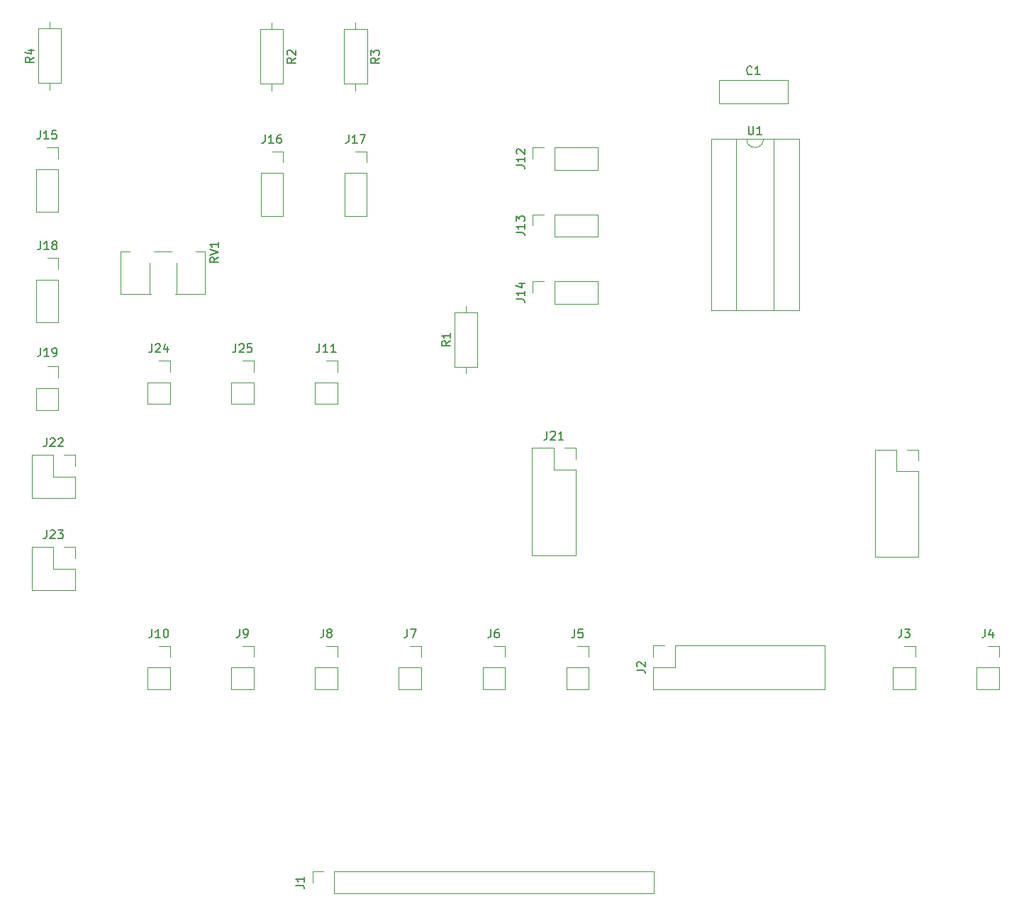
<source format=gbr>
%TF.GenerationSoftware,KiCad,Pcbnew,8.0.6*%
%TF.CreationDate,2025-02-16T20:33:08+01:00*%
%TF.ProjectId,LCD_PCF_v4,4c43445f-5043-4465-9f76-342e6b696361,rev?*%
%TF.SameCoordinates,Original*%
%TF.FileFunction,Legend,Top*%
%TF.FilePolarity,Positive*%
%FSLAX46Y46*%
G04 Gerber Fmt 4.6, Leading zero omitted, Abs format (unit mm)*
G04 Created by KiCad (PCBNEW 8.0.6) date 2025-02-16 20:33:08*
%MOMM*%
%LPD*%
G01*
G04 APERTURE LIST*
%ADD10C,0.150000*%
%ADD11C,0.120000*%
G04 APERTURE END LIST*
D10*
X59490476Y-61424819D02*
X59490476Y-62139104D01*
X59490476Y-62139104D02*
X59442857Y-62281961D01*
X59442857Y-62281961D02*
X59347619Y-62377200D01*
X59347619Y-62377200D02*
X59204762Y-62424819D01*
X59204762Y-62424819D02*
X59109524Y-62424819D01*
X60490476Y-62424819D02*
X59919048Y-62424819D01*
X60204762Y-62424819D02*
X60204762Y-61424819D01*
X60204762Y-61424819D02*
X60109524Y-61567676D01*
X60109524Y-61567676D02*
X60014286Y-61662914D01*
X60014286Y-61662914D02*
X59919048Y-61710533D01*
X61442857Y-62424819D02*
X60871429Y-62424819D01*
X61157143Y-62424819D02*
X61157143Y-61424819D01*
X61157143Y-61424819D02*
X61061905Y-61567676D01*
X61061905Y-61567676D02*
X60966667Y-61662914D01*
X60966667Y-61662914D02*
X60871429Y-61710533D01*
X26920476Y-83684819D02*
X26920476Y-84399104D01*
X26920476Y-84399104D02*
X26872857Y-84541961D01*
X26872857Y-84541961D02*
X26777619Y-84637200D01*
X26777619Y-84637200D02*
X26634762Y-84684819D01*
X26634762Y-84684819D02*
X26539524Y-84684819D01*
X27349048Y-83780057D02*
X27396667Y-83732438D01*
X27396667Y-83732438D02*
X27491905Y-83684819D01*
X27491905Y-83684819D02*
X27730000Y-83684819D01*
X27730000Y-83684819D02*
X27825238Y-83732438D01*
X27825238Y-83732438D02*
X27872857Y-83780057D01*
X27872857Y-83780057D02*
X27920476Y-83875295D01*
X27920476Y-83875295D02*
X27920476Y-83970533D01*
X27920476Y-83970533D02*
X27872857Y-84113390D01*
X27872857Y-84113390D02*
X27301429Y-84684819D01*
X27301429Y-84684819D02*
X27920476Y-84684819D01*
X28253810Y-83684819D02*
X28872857Y-83684819D01*
X28872857Y-83684819D02*
X28539524Y-84065771D01*
X28539524Y-84065771D02*
X28682381Y-84065771D01*
X28682381Y-84065771D02*
X28777619Y-84113390D01*
X28777619Y-84113390D02*
X28825238Y-84161009D01*
X28825238Y-84161009D02*
X28872857Y-84256247D01*
X28872857Y-84256247D02*
X28872857Y-84494342D01*
X28872857Y-84494342D02*
X28825238Y-84589580D01*
X28825238Y-84589580D02*
X28777619Y-84637200D01*
X28777619Y-84637200D02*
X28682381Y-84684819D01*
X28682381Y-84684819D02*
X28396667Y-84684819D01*
X28396667Y-84684819D02*
X28301429Y-84637200D01*
X28301429Y-84637200D02*
X28253810Y-84589580D01*
X25384819Y-27166666D02*
X24908628Y-27499999D01*
X25384819Y-27738094D02*
X24384819Y-27738094D01*
X24384819Y-27738094D02*
X24384819Y-27357142D01*
X24384819Y-27357142D02*
X24432438Y-27261904D01*
X24432438Y-27261904D02*
X24480057Y-27214285D01*
X24480057Y-27214285D02*
X24575295Y-27166666D01*
X24575295Y-27166666D02*
X24718152Y-27166666D01*
X24718152Y-27166666D02*
X24813390Y-27214285D01*
X24813390Y-27214285D02*
X24861009Y-27261904D01*
X24861009Y-27261904D02*
X24908628Y-27357142D01*
X24908628Y-27357142D02*
X24908628Y-27738094D01*
X24718152Y-26309523D02*
X25384819Y-26309523D01*
X24337200Y-26547618D02*
X25051485Y-26785713D01*
X25051485Y-26785713D02*
X25051485Y-26166666D01*
X49490476Y-61424819D02*
X49490476Y-62139104D01*
X49490476Y-62139104D02*
X49442857Y-62281961D01*
X49442857Y-62281961D02*
X49347619Y-62377200D01*
X49347619Y-62377200D02*
X49204762Y-62424819D01*
X49204762Y-62424819D02*
X49109524Y-62424819D01*
X49919048Y-61520057D02*
X49966667Y-61472438D01*
X49966667Y-61472438D02*
X50061905Y-61424819D01*
X50061905Y-61424819D02*
X50300000Y-61424819D01*
X50300000Y-61424819D02*
X50395238Y-61472438D01*
X50395238Y-61472438D02*
X50442857Y-61520057D01*
X50442857Y-61520057D02*
X50490476Y-61615295D01*
X50490476Y-61615295D02*
X50490476Y-61710533D01*
X50490476Y-61710533D02*
X50442857Y-61853390D01*
X50442857Y-61853390D02*
X49871429Y-62424819D01*
X49871429Y-62424819D02*
X50490476Y-62424819D01*
X51395238Y-61424819D02*
X50919048Y-61424819D01*
X50919048Y-61424819D02*
X50871429Y-61901009D01*
X50871429Y-61901009D02*
X50919048Y-61853390D01*
X50919048Y-61853390D02*
X51014286Y-61805771D01*
X51014286Y-61805771D02*
X51252381Y-61805771D01*
X51252381Y-61805771D02*
X51347619Y-61853390D01*
X51347619Y-61853390D02*
X51395238Y-61901009D01*
X51395238Y-61901009D02*
X51442857Y-61996247D01*
X51442857Y-61996247D02*
X51442857Y-62234342D01*
X51442857Y-62234342D02*
X51395238Y-62329580D01*
X51395238Y-62329580D02*
X51347619Y-62377200D01*
X51347619Y-62377200D02*
X51252381Y-62424819D01*
X51252381Y-62424819D02*
X51014286Y-62424819D01*
X51014286Y-62424819D02*
X50919048Y-62377200D01*
X50919048Y-62377200D02*
X50871429Y-62329580D01*
X82984819Y-48089523D02*
X83699104Y-48089523D01*
X83699104Y-48089523D02*
X83841961Y-48137142D01*
X83841961Y-48137142D02*
X83937200Y-48232380D01*
X83937200Y-48232380D02*
X83984819Y-48375237D01*
X83984819Y-48375237D02*
X83984819Y-48470475D01*
X83984819Y-47089523D02*
X83984819Y-47660951D01*
X83984819Y-47375237D02*
X82984819Y-47375237D01*
X82984819Y-47375237D02*
X83127676Y-47470475D01*
X83127676Y-47470475D02*
X83222914Y-47565713D01*
X83222914Y-47565713D02*
X83270533Y-47660951D01*
X82984819Y-46756189D02*
X82984819Y-46137142D01*
X82984819Y-46137142D02*
X83365771Y-46470475D01*
X83365771Y-46470475D02*
X83365771Y-46327618D01*
X83365771Y-46327618D02*
X83413390Y-46232380D01*
X83413390Y-46232380D02*
X83461009Y-46184761D01*
X83461009Y-46184761D02*
X83556247Y-46137142D01*
X83556247Y-46137142D02*
X83794342Y-46137142D01*
X83794342Y-46137142D02*
X83889580Y-46184761D01*
X83889580Y-46184761D02*
X83937200Y-46232380D01*
X83937200Y-46232380D02*
X83984819Y-46327618D01*
X83984819Y-46327618D02*
X83984819Y-46613332D01*
X83984819Y-46613332D02*
X83937200Y-46708570D01*
X83937200Y-46708570D02*
X83889580Y-46756189D01*
X111133333Y-29139580D02*
X111085714Y-29187200D01*
X111085714Y-29187200D02*
X110942857Y-29234819D01*
X110942857Y-29234819D02*
X110847619Y-29234819D01*
X110847619Y-29234819D02*
X110704762Y-29187200D01*
X110704762Y-29187200D02*
X110609524Y-29091961D01*
X110609524Y-29091961D02*
X110561905Y-28996723D01*
X110561905Y-28996723D02*
X110514286Y-28806247D01*
X110514286Y-28806247D02*
X110514286Y-28663390D01*
X110514286Y-28663390D02*
X110561905Y-28472914D01*
X110561905Y-28472914D02*
X110609524Y-28377676D01*
X110609524Y-28377676D02*
X110704762Y-28282438D01*
X110704762Y-28282438D02*
X110847619Y-28234819D01*
X110847619Y-28234819D02*
X110942857Y-28234819D01*
X110942857Y-28234819D02*
X111085714Y-28282438D01*
X111085714Y-28282438D02*
X111133333Y-28330057D01*
X112085714Y-29234819D02*
X111514286Y-29234819D01*
X111800000Y-29234819D02*
X111800000Y-28234819D01*
X111800000Y-28234819D02*
X111704762Y-28377676D01*
X111704762Y-28377676D02*
X111609524Y-28472914D01*
X111609524Y-28472914D02*
X111514286Y-28520533D01*
X89966666Y-95534819D02*
X89966666Y-96249104D01*
X89966666Y-96249104D02*
X89919047Y-96391961D01*
X89919047Y-96391961D02*
X89823809Y-96487200D01*
X89823809Y-96487200D02*
X89680952Y-96534819D01*
X89680952Y-96534819D02*
X89585714Y-96534819D01*
X90919047Y-95534819D02*
X90442857Y-95534819D01*
X90442857Y-95534819D02*
X90395238Y-96011009D01*
X90395238Y-96011009D02*
X90442857Y-95963390D01*
X90442857Y-95963390D02*
X90538095Y-95915771D01*
X90538095Y-95915771D02*
X90776190Y-95915771D01*
X90776190Y-95915771D02*
X90871428Y-95963390D01*
X90871428Y-95963390D02*
X90919047Y-96011009D01*
X90919047Y-96011009D02*
X90966666Y-96106247D01*
X90966666Y-96106247D02*
X90966666Y-96344342D01*
X90966666Y-96344342D02*
X90919047Y-96439580D01*
X90919047Y-96439580D02*
X90871428Y-96487200D01*
X90871428Y-96487200D02*
X90776190Y-96534819D01*
X90776190Y-96534819D02*
X90538095Y-96534819D01*
X90538095Y-96534819D02*
X90442857Y-96487200D01*
X90442857Y-96487200D02*
X90395238Y-96439580D01*
X26190476Y-61914819D02*
X26190476Y-62629104D01*
X26190476Y-62629104D02*
X26142857Y-62771961D01*
X26142857Y-62771961D02*
X26047619Y-62867200D01*
X26047619Y-62867200D02*
X25904762Y-62914819D01*
X25904762Y-62914819D02*
X25809524Y-62914819D01*
X27190476Y-62914819D02*
X26619048Y-62914819D01*
X26904762Y-62914819D02*
X26904762Y-61914819D01*
X26904762Y-61914819D02*
X26809524Y-62057676D01*
X26809524Y-62057676D02*
X26714286Y-62152914D01*
X26714286Y-62152914D02*
X26619048Y-62200533D01*
X27666667Y-62914819D02*
X27857143Y-62914819D01*
X27857143Y-62914819D02*
X27952381Y-62867200D01*
X27952381Y-62867200D02*
X28000000Y-62819580D01*
X28000000Y-62819580D02*
X28095238Y-62676723D01*
X28095238Y-62676723D02*
X28142857Y-62486247D01*
X28142857Y-62486247D02*
X28142857Y-62105295D01*
X28142857Y-62105295D02*
X28095238Y-62010057D01*
X28095238Y-62010057D02*
X28047619Y-61962438D01*
X28047619Y-61962438D02*
X27952381Y-61914819D01*
X27952381Y-61914819D02*
X27761905Y-61914819D01*
X27761905Y-61914819D02*
X27666667Y-61962438D01*
X27666667Y-61962438D02*
X27619048Y-62010057D01*
X27619048Y-62010057D02*
X27571429Y-62105295D01*
X27571429Y-62105295D02*
X27571429Y-62343390D01*
X27571429Y-62343390D02*
X27619048Y-62438628D01*
X27619048Y-62438628D02*
X27666667Y-62486247D01*
X27666667Y-62486247D02*
X27761905Y-62533866D01*
X27761905Y-62533866D02*
X27952381Y-62533866D01*
X27952381Y-62533866D02*
X28047619Y-62486247D01*
X28047619Y-62486247D02*
X28095238Y-62438628D01*
X28095238Y-62438628D02*
X28142857Y-62343390D01*
X26920476Y-72684819D02*
X26920476Y-73399104D01*
X26920476Y-73399104D02*
X26872857Y-73541961D01*
X26872857Y-73541961D02*
X26777619Y-73637200D01*
X26777619Y-73637200D02*
X26634762Y-73684819D01*
X26634762Y-73684819D02*
X26539524Y-73684819D01*
X27349048Y-72780057D02*
X27396667Y-72732438D01*
X27396667Y-72732438D02*
X27491905Y-72684819D01*
X27491905Y-72684819D02*
X27730000Y-72684819D01*
X27730000Y-72684819D02*
X27825238Y-72732438D01*
X27825238Y-72732438D02*
X27872857Y-72780057D01*
X27872857Y-72780057D02*
X27920476Y-72875295D01*
X27920476Y-72875295D02*
X27920476Y-72970533D01*
X27920476Y-72970533D02*
X27872857Y-73113390D01*
X27872857Y-73113390D02*
X27301429Y-73684819D01*
X27301429Y-73684819D02*
X27920476Y-73684819D01*
X28301429Y-72780057D02*
X28349048Y-72732438D01*
X28349048Y-72732438D02*
X28444286Y-72684819D01*
X28444286Y-72684819D02*
X28682381Y-72684819D01*
X28682381Y-72684819D02*
X28777619Y-72732438D01*
X28777619Y-72732438D02*
X28825238Y-72780057D01*
X28825238Y-72780057D02*
X28872857Y-72875295D01*
X28872857Y-72875295D02*
X28872857Y-72970533D01*
X28872857Y-72970533D02*
X28825238Y-73113390D01*
X28825238Y-73113390D02*
X28253810Y-73684819D01*
X28253810Y-73684819D02*
X28872857Y-73684819D01*
X26190476Y-49144819D02*
X26190476Y-49859104D01*
X26190476Y-49859104D02*
X26142857Y-50001961D01*
X26142857Y-50001961D02*
X26047619Y-50097200D01*
X26047619Y-50097200D02*
X25904762Y-50144819D01*
X25904762Y-50144819D02*
X25809524Y-50144819D01*
X27190476Y-50144819D02*
X26619048Y-50144819D01*
X26904762Y-50144819D02*
X26904762Y-49144819D01*
X26904762Y-49144819D02*
X26809524Y-49287676D01*
X26809524Y-49287676D02*
X26714286Y-49382914D01*
X26714286Y-49382914D02*
X26619048Y-49430533D01*
X27761905Y-49573390D02*
X27666667Y-49525771D01*
X27666667Y-49525771D02*
X27619048Y-49478152D01*
X27619048Y-49478152D02*
X27571429Y-49382914D01*
X27571429Y-49382914D02*
X27571429Y-49335295D01*
X27571429Y-49335295D02*
X27619048Y-49240057D01*
X27619048Y-49240057D02*
X27666667Y-49192438D01*
X27666667Y-49192438D02*
X27761905Y-49144819D01*
X27761905Y-49144819D02*
X27952381Y-49144819D01*
X27952381Y-49144819D02*
X28047619Y-49192438D01*
X28047619Y-49192438D02*
X28095238Y-49240057D01*
X28095238Y-49240057D02*
X28142857Y-49335295D01*
X28142857Y-49335295D02*
X28142857Y-49382914D01*
X28142857Y-49382914D02*
X28095238Y-49478152D01*
X28095238Y-49478152D02*
X28047619Y-49525771D01*
X28047619Y-49525771D02*
X27952381Y-49573390D01*
X27952381Y-49573390D02*
X27761905Y-49573390D01*
X27761905Y-49573390D02*
X27666667Y-49621009D01*
X27666667Y-49621009D02*
X27619048Y-49668628D01*
X27619048Y-49668628D02*
X27571429Y-49763866D01*
X27571429Y-49763866D02*
X27571429Y-49954342D01*
X27571429Y-49954342D02*
X27619048Y-50049580D01*
X27619048Y-50049580D02*
X27666667Y-50097200D01*
X27666667Y-50097200D02*
X27761905Y-50144819D01*
X27761905Y-50144819D02*
X27952381Y-50144819D01*
X27952381Y-50144819D02*
X28047619Y-50097200D01*
X28047619Y-50097200D02*
X28095238Y-50049580D01*
X28095238Y-50049580D02*
X28142857Y-49954342D01*
X28142857Y-49954342D02*
X28142857Y-49763866D01*
X28142857Y-49763866D02*
X28095238Y-49668628D01*
X28095238Y-49668628D02*
X28047619Y-49621009D01*
X28047619Y-49621009D02*
X27952381Y-49573390D01*
X56624819Y-27246666D02*
X56148628Y-27579999D01*
X56624819Y-27818094D02*
X55624819Y-27818094D01*
X55624819Y-27818094D02*
X55624819Y-27437142D01*
X55624819Y-27437142D02*
X55672438Y-27341904D01*
X55672438Y-27341904D02*
X55720057Y-27294285D01*
X55720057Y-27294285D02*
X55815295Y-27246666D01*
X55815295Y-27246666D02*
X55958152Y-27246666D01*
X55958152Y-27246666D02*
X56053390Y-27294285D01*
X56053390Y-27294285D02*
X56101009Y-27341904D01*
X56101009Y-27341904D02*
X56148628Y-27437142D01*
X56148628Y-27437142D02*
X56148628Y-27818094D01*
X55720057Y-26865713D02*
X55672438Y-26818094D01*
X55672438Y-26818094D02*
X55624819Y-26722856D01*
X55624819Y-26722856D02*
X55624819Y-26484761D01*
X55624819Y-26484761D02*
X55672438Y-26389523D01*
X55672438Y-26389523D02*
X55720057Y-26341904D01*
X55720057Y-26341904D02*
X55815295Y-26294285D01*
X55815295Y-26294285D02*
X55910533Y-26294285D01*
X55910533Y-26294285D02*
X56053390Y-26341904D01*
X56053390Y-26341904D02*
X56624819Y-26913332D01*
X56624819Y-26913332D02*
X56624819Y-26294285D01*
X86650476Y-71874819D02*
X86650476Y-72589104D01*
X86650476Y-72589104D02*
X86602857Y-72731961D01*
X86602857Y-72731961D02*
X86507619Y-72827200D01*
X86507619Y-72827200D02*
X86364762Y-72874819D01*
X86364762Y-72874819D02*
X86269524Y-72874819D01*
X87079048Y-71970057D02*
X87126667Y-71922438D01*
X87126667Y-71922438D02*
X87221905Y-71874819D01*
X87221905Y-71874819D02*
X87460000Y-71874819D01*
X87460000Y-71874819D02*
X87555238Y-71922438D01*
X87555238Y-71922438D02*
X87602857Y-71970057D01*
X87602857Y-71970057D02*
X87650476Y-72065295D01*
X87650476Y-72065295D02*
X87650476Y-72160533D01*
X87650476Y-72160533D02*
X87602857Y-72303390D01*
X87602857Y-72303390D02*
X87031429Y-72874819D01*
X87031429Y-72874819D02*
X87650476Y-72874819D01*
X88602857Y-72874819D02*
X88031429Y-72874819D01*
X88317143Y-72874819D02*
X88317143Y-71874819D01*
X88317143Y-71874819D02*
X88221905Y-72017676D01*
X88221905Y-72017676D02*
X88126667Y-72112914D01*
X88126667Y-72112914D02*
X88031429Y-72160533D01*
X49966666Y-95524819D02*
X49966666Y-96239104D01*
X49966666Y-96239104D02*
X49919047Y-96381961D01*
X49919047Y-96381961D02*
X49823809Y-96477200D01*
X49823809Y-96477200D02*
X49680952Y-96524819D01*
X49680952Y-96524819D02*
X49585714Y-96524819D01*
X50490476Y-96524819D02*
X50680952Y-96524819D01*
X50680952Y-96524819D02*
X50776190Y-96477200D01*
X50776190Y-96477200D02*
X50823809Y-96429580D01*
X50823809Y-96429580D02*
X50919047Y-96286723D01*
X50919047Y-96286723D02*
X50966666Y-96096247D01*
X50966666Y-96096247D02*
X50966666Y-95715295D01*
X50966666Y-95715295D02*
X50919047Y-95620057D01*
X50919047Y-95620057D02*
X50871428Y-95572438D01*
X50871428Y-95572438D02*
X50776190Y-95524819D01*
X50776190Y-95524819D02*
X50585714Y-95524819D01*
X50585714Y-95524819D02*
X50490476Y-95572438D01*
X50490476Y-95572438D02*
X50442857Y-95620057D01*
X50442857Y-95620057D02*
X50395238Y-95715295D01*
X50395238Y-95715295D02*
X50395238Y-95953390D01*
X50395238Y-95953390D02*
X50442857Y-96048628D01*
X50442857Y-96048628D02*
X50490476Y-96096247D01*
X50490476Y-96096247D02*
X50585714Y-96143866D01*
X50585714Y-96143866D02*
X50776190Y-96143866D01*
X50776190Y-96143866D02*
X50871428Y-96096247D01*
X50871428Y-96096247D02*
X50919047Y-96048628D01*
X50919047Y-96048628D02*
X50966666Y-95953390D01*
X82984819Y-40089523D02*
X83699104Y-40089523D01*
X83699104Y-40089523D02*
X83841961Y-40137142D01*
X83841961Y-40137142D02*
X83937200Y-40232380D01*
X83937200Y-40232380D02*
X83984819Y-40375237D01*
X83984819Y-40375237D02*
X83984819Y-40470475D01*
X83984819Y-39089523D02*
X83984819Y-39660951D01*
X83984819Y-39375237D02*
X82984819Y-39375237D01*
X82984819Y-39375237D02*
X83127676Y-39470475D01*
X83127676Y-39470475D02*
X83222914Y-39565713D01*
X83222914Y-39565713D02*
X83270533Y-39660951D01*
X83080057Y-38708570D02*
X83032438Y-38660951D01*
X83032438Y-38660951D02*
X82984819Y-38565713D01*
X82984819Y-38565713D02*
X82984819Y-38327618D01*
X82984819Y-38327618D02*
X83032438Y-38232380D01*
X83032438Y-38232380D02*
X83080057Y-38184761D01*
X83080057Y-38184761D02*
X83175295Y-38137142D01*
X83175295Y-38137142D02*
X83270533Y-38137142D01*
X83270533Y-38137142D02*
X83413390Y-38184761D01*
X83413390Y-38184761D02*
X83984819Y-38756189D01*
X83984819Y-38756189D02*
X83984819Y-38137142D01*
X56669819Y-126133333D02*
X57384104Y-126133333D01*
X57384104Y-126133333D02*
X57526961Y-126180952D01*
X57526961Y-126180952D02*
X57622200Y-126276190D01*
X57622200Y-126276190D02*
X57669819Y-126419047D01*
X57669819Y-126419047D02*
X57669819Y-126514285D01*
X57669819Y-125133333D02*
X57669819Y-125704761D01*
X57669819Y-125419047D02*
X56669819Y-125419047D01*
X56669819Y-125419047D02*
X56812676Y-125514285D01*
X56812676Y-125514285D02*
X56907914Y-125609523D01*
X56907914Y-125609523D02*
X56955533Y-125704761D01*
X110728095Y-35404819D02*
X110728095Y-36214342D01*
X110728095Y-36214342D02*
X110775714Y-36309580D01*
X110775714Y-36309580D02*
X110823333Y-36357200D01*
X110823333Y-36357200D02*
X110918571Y-36404819D01*
X110918571Y-36404819D02*
X111109047Y-36404819D01*
X111109047Y-36404819D02*
X111204285Y-36357200D01*
X111204285Y-36357200D02*
X111251904Y-36309580D01*
X111251904Y-36309580D02*
X111299523Y-36214342D01*
X111299523Y-36214342D02*
X111299523Y-35404819D01*
X112299523Y-36404819D02*
X111728095Y-36404819D01*
X112013809Y-36404819D02*
X112013809Y-35404819D01*
X112013809Y-35404819D02*
X111918571Y-35547676D01*
X111918571Y-35547676D02*
X111823333Y-35642914D01*
X111823333Y-35642914D02*
X111728095Y-35690533D01*
X39490476Y-95524819D02*
X39490476Y-96239104D01*
X39490476Y-96239104D02*
X39442857Y-96381961D01*
X39442857Y-96381961D02*
X39347619Y-96477200D01*
X39347619Y-96477200D02*
X39204762Y-96524819D01*
X39204762Y-96524819D02*
X39109524Y-96524819D01*
X40490476Y-96524819D02*
X39919048Y-96524819D01*
X40204762Y-96524819D02*
X40204762Y-95524819D01*
X40204762Y-95524819D02*
X40109524Y-95667676D01*
X40109524Y-95667676D02*
X40014286Y-95762914D01*
X40014286Y-95762914D02*
X39919048Y-95810533D01*
X41109524Y-95524819D02*
X41204762Y-95524819D01*
X41204762Y-95524819D02*
X41300000Y-95572438D01*
X41300000Y-95572438D02*
X41347619Y-95620057D01*
X41347619Y-95620057D02*
X41395238Y-95715295D01*
X41395238Y-95715295D02*
X41442857Y-95905771D01*
X41442857Y-95905771D02*
X41442857Y-96143866D01*
X41442857Y-96143866D02*
X41395238Y-96334342D01*
X41395238Y-96334342D02*
X41347619Y-96429580D01*
X41347619Y-96429580D02*
X41300000Y-96477200D01*
X41300000Y-96477200D02*
X41204762Y-96524819D01*
X41204762Y-96524819D02*
X41109524Y-96524819D01*
X41109524Y-96524819D02*
X41014286Y-96477200D01*
X41014286Y-96477200D02*
X40966667Y-96429580D01*
X40966667Y-96429580D02*
X40919048Y-96334342D01*
X40919048Y-96334342D02*
X40871429Y-96143866D01*
X40871429Y-96143866D02*
X40871429Y-95905771D01*
X40871429Y-95905771D02*
X40919048Y-95715295D01*
X40919048Y-95715295D02*
X40966667Y-95620057D01*
X40966667Y-95620057D02*
X41014286Y-95572438D01*
X41014286Y-95572438D02*
X41109524Y-95524819D01*
X62990476Y-36424819D02*
X62990476Y-37139104D01*
X62990476Y-37139104D02*
X62942857Y-37281961D01*
X62942857Y-37281961D02*
X62847619Y-37377200D01*
X62847619Y-37377200D02*
X62704762Y-37424819D01*
X62704762Y-37424819D02*
X62609524Y-37424819D01*
X63990476Y-37424819D02*
X63419048Y-37424819D01*
X63704762Y-37424819D02*
X63704762Y-36424819D01*
X63704762Y-36424819D02*
X63609524Y-36567676D01*
X63609524Y-36567676D02*
X63514286Y-36662914D01*
X63514286Y-36662914D02*
X63419048Y-36710533D01*
X64323810Y-36424819D02*
X64990476Y-36424819D01*
X64990476Y-36424819D02*
X64561905Y-37424819D01*
X26165476Y-35934819D02*
X26165476Y-36649104D01*
X26165476Y-36649104D02*
X26117857Y-36791961D01*
X26117857Y-36791961D02*
X26022619Y-36887200D01*
X26022619Y-36887200D02*
X25879762Y-36934819D01*
X25879762Y-36934819D02*
X25784524Y-36934819D01*
X27165476Y-36934819D02*
X26594048Y-36934819D01*
X26879762Y-36934819D02*
X26879762Y-35934819D01*
X26879762Y-35934819D02*
X26784524Y-36077676D01*
X26784524Y-36077676D02*
X26689286Y-36172914D01*
X26689286Y-36172914D02*
X26594048Y-36220533D01*
X28070238Y-35934819D02*
X27594048Y-35934819D01*
X27594048Y-35934819D02*
X27546429Y-36411009D01*
X27546429Y-36411009D02*
X27594048Y-36363390D01*
X27594048Y-36363390D02*
X27689286Y-36315771D01*
X27689286Y-36315771D02*
X27927381Y-36315771D01*
X27927381Y-36315771D02*
X28022619Y-36363390D01*
X28022619Y-36363390D02*
X28070238Y-36411009D01*
X28070238Y-36411009D02*
X28117857Y-36506247D01*
X28117857Y-36506247D02*
X28117857Y-36744342D01*
X28117857Y-36744342D02*
X28070238Y-36839580D01*
X28070238Y-36839580D02*
X28022619Y-36887200D01*
X28022619Y-36887200D02*
X27927381Y-36934819D01*
X27927381Y-36934819D02*
X27689286Y-36934819D01*
X27689286Y-36934819D02*
X27594048Y-36887200D01*
X27594048Y-36887200D02*
X27546429Y-36839580D01*
X39490476Y-61424819D02*
X39490476Y-62139104D01*
X39490476Y-62139104D02*
X39442857Y-62281961D01*
X39442857Y-62281961D02*
X39347619Y-62377200D01*
X39347619Y-62377200D02*
X39204762Y-62424819D01*
X39204762Y-62424819D02*
X39109524Y-62424819D01*
X39919048Y-61520057D02*
X39966667Y-61472438D01*
X39966667Y-61472438D02*
X40061905Y-61424819D01*
X40061905Y-61424819D02*
X40300000Y-61424819D01*
X40300000Y-61424819D02*
X40395238Y-61472438D01*
X40395238Y-61472438D02*
X40442857Y-61520057D01*
X40442857Y-61520057D02*
X40490476Y-61615295D01*
X40490476Y-61615295D02*
X40490476Y-61710533D01*
X40490476Y-61710533D02*
X40442857Y-61853390D01*
X40442857Y-61853390D02*
X39871429Y-62424819D01*
X39871429Y-62424819D02*
X40490476Y-62424819D01*
X41347619Y-61758152D02*
X41347619Y-62424819D01*
X41109524Y-61377200D02*
X40871429Y-62091485D01*
X40871429Y-62091485D02*
X41490476Y-62091485D01*
X82979819Y-56089523D02*
X83694104Y-56089523D01*
X83694104Y-56089523D02*
X83836961Y-56137142D01*
X83836961Y-56137142D02*
X83932200Y-56232380D01*
X83932200Y-56232380D02*
X83979819Y-56375237D01*
X83979819Y-56375237D02*
X83979819Y-56470475D01*
X83979819Y-55089523D02*
X83979819Y-55660951D01*
X83979819Y-55375237D02*
X82979819Y-55375237D01*
X82979819Y-55375237D02*
X83122676Y-55470475D01*
X83122676Y-55470475D02*
X83217914Y-55565713D01*
X83217914Y-55565713D02*
X83265533Y-55660951D01*
X83313152Y-54232380D02*
X83979819Y-54232380D01*
X82932200Y-54470475D02*
X83646485Y-54708570D01*
X83646485Y-54708570D02*
X83646485Y-54089523D01*
X59966666Y-95524819D02*
X59966666Y-96239104D01*
X59966666Y-96239104D02*
X59919047Y-96381961D01*
X59919047Y-96381961D02*
X59823809Y-96477200D01*
X59823809Y-96477200D02*
X59680952Y-96524819D01*
X59680952Y-96524819D02*
X59585714Y-96524819D01*
X60585714Y-95953390D02*
X60490476Y-95905771D01*
X60490476Y-95905771D02*
X60442857Y-95858152D01*
X60442857Y-95858152D02*
X60395238Y-95762914D01*
X60395238Y-95762914D02*
X60395238Y-95715295D01*
X60395238Y-95715295D02*
X60442857Y-95620057D01*
X60442857Y-95620057D02*
X60490476Y-95572438D01*
X60490476Y-95572438D02*
X60585714Y-95524819D01*
X60585714Y-95524819D02*
X60776190Y-95524819D01*
X60776190Y-95524819D02*
X60871428Y-95572438D01*
X60871428Y-95572438D02*
X60919047Y-95620057D01*
X60919047Y-95620057D02*
X60966666Y-95715295D01*
X60966666Y-95715295D02*
X60966666Y-95762914D01*
X60966666Y-95762914D02*
X60919047Y-95858152D01*
X60919047Y-95858152D02*
X60871428Y-95905771D01*
X60871428Y-95905771D02*
X60776190Y-95953390D01*
X60776190Y-95953390D02*
X60585714Y-95953390D01*
X60585714Y-95953390D02*
X60490476Y-96001009D01*
X60490476Y-96001009D02*
X60442857Y-96048628D01*
X60442857Y-96048628D02*
X60395238Y-96143866D01*
X60395238Y-96143866D02*
X60395238Y-96334342D01*
X60395238Y-96334342D02*
X60442857Y-96429580D01*
X60442857Y-96429580D02*
X60490476Y-96477200D01*
X60490476Y-96477200D02*
X60585714Y-96524819D01*
X60585714Y-96524819D02*
X60776190Y-96524819D01*
X60776190Y-96524819D02*
X60871428Y-96477200D01*
X60871428Y-96477200D02*
X60919047Y-96429580D01*
X60919047Y-96429580D02*
X60966666Y-96334342D01*
X60966666Y-96334342D02*
X60966666Y-96143866D01*
X60966666Y-96143866D02*
X60919047Y-96048628D01*
X60919047Y-96048628D02*
X60871428Y-96001009D01*
X60871428Y-96001009D02*
X60776190Y-95953390D01*
X66624819Y-27246666D02*
X66148628Y-27579999D01*
X66624819Y-27818094D02*
X65624819Y-27818094D01*
X65624819Y-27818094D02*
X65624819Y-27437142D01*
X65624819Y-27437142D02*
X65672438Y-27341904D01*
X65672438Y-27341904D02*
X65720057Y-27294285D01*
X65720057Y-27294285D02*
X65815295Y-27246666D01*
X65815295Y-27246666D02*
X65958152Y-27246666D01*
X65958152Y-27246666D02*
X66053390Y-27294285D01*
X66053390Y-27294285D02*
X66101009Y-27341904D01*
X66101009Y-27341904D02*
X66148628Y-27437142D01*
X66148628Y-27437142D02*
X66148628Y-27818094D01*
X65624819Y-26913332D02*
X65624819Y-26294285D01*
X65624819Y-26294285D02*
X66005771Y-26627618D01*
X66005771Y-26627618D02*
X66005771Y-26484761D01*
X66005771Y-26484761D02*
X66053390Y-26389523D01*
X66053390Y-26389523D02*
X66101009Y-26341904D01*
X66101009Y-26341904D02*
X66196247Y-26294285D01*
X66196247Y-26294285D02*
X66434342Y-26294285D01*
X66434342Y-26294285D02*
X66529580Y-26341904D01*
X66529580Y-26341904D02*
X66577200Y-26389523D01*
X66577200Y-26389523D02*
X66624819Y-26484761D01*
X66624819Y-26484761D02*
X66624819Y-26770475D01*
X66624819Y-26770475D02*
X66577200Y-26865713D01*
X66577200Y-26865713D02*
X66529580Y-26913332D01*
X75084819Y-61086666D02*
X74608628Y-61419999D01*
X75084819Y-61658094D02*
X74084819Y-61658094D01*
X74084819Y-61658094D02*
X74084819Y-61277142D01*
X74084819Y-61277142D02*
X74132438Y-61181904D01*
X74132438Y-61181904D02*
X74180057Y-61134285D01*
X74180057Y-61134285D02*
X74275295Y-61086666D01*
X74275295Y-61086666D02*
X74418152Y-61086666D01*
X74418152Y-61086666D02*
X74513390Y-61134285D01*
X74513390Y-61134285D02*
X74561009Y-61181904D01*
X74561009Y-61181904D02*
X74608628Y-61277142D01*
X74608628Y-61277142D02*
X74608628Y-61658094D01*
X75084819Y-60134285D02*
X75084819Y-60705713D01*
X75084819Y-60419999D02*
X74084819Y-60419999D01*
X74084819Y-60419999D02*
X74227676Y-60515237D01*
X74227676Y-60515237D02*
X74322914Y-60610475D01*
X74322914Y-60610475D02*
X74370533Y-60705713D01*
X53015476Y-36424819D02*
X53015476Y-37139104D01*
X53015476Y-37139104D02*
X52967857Y-37281961D01*
X52967857Y-37281961D02*
X52872619Y-37377200D01*
X52872619Y-37377200D02*
X52729762Y-37424819D01*
X52729762Y-37424819D02*
X52634524Y-37424819D01*
X54015476Y-37424819D02*
X53444048Y-37424819D01*
X53729762Y-37424819D02*
X53729762Y-36424819D01*
X53729762Y-36424819D02*
X53634524Y-36567676D01*
X53634524Y-36567676D02*
X53539286Y-36662914D01*
X53539286Y-36662914D02*
X53444048Y-36710533D01*
X54872619Y-36424819D02*
X54682143Y-36424819D01*
X54682143Y-36424819D02*
X54586905Y-36472438D01*
X54586905Y-36472438D02*
X54539286Y-36520057D01*
X54539286Y-36520057D02*
X54444048Y-36662914D01*
X54444048Y-36662914D02*
X54396429Y-36853390D01*
X54396429Y-36853390D02*
X54396429Y-37234342D01*
X54396429Y-37234342D02*
X54444048Y-37329580D01*
X54444048Y-37329580D02*
X54491667Y-37377200D01*
X54491667Y-37377200D02*
X54586905Y-37424819D01*
X54586905Y-37424819D02*
X54777381Y-37424819D01*
X54777381Y-37424819D02*
X54872619Y-37377200D01*
X54872619Y-37377200D02*
X54920238Y-37329580D01*
X54920238Y-37329580D02*
X54967857Y-37234342D01*
X54967857Y-37234342D02*
X54967857Y-36996247D01*
X54967857Y-36996247D02*
X54920238Y-36901009D01*
X54920238Y-36901009D02*
X54872619Y-36853390D01*
X54872619Y-36853390D02*
X54777381Y-36805771D01*
X54777381Y-36805771D02*
X54586905Y-36805771D01*
X54586905Y-36805771D02*
X54491667Y-36853390D01*
X54491667Y-36853390D02*
X54444048Y-36901009D01*
X54444048Y-36901009D02*
X54396429Y-36996247D01*
X97364819Y-100403333D02*
X98079104Y-100403333D01*
X98079104Y-100403333D02*
X98221961Y-100450952D01*
X98221961Y-100450952D02*
X98317200Y-100546190D01*
X98317200Y-100546190D02*
X98364819Y-100689047D01*
X98364819Y-100689047D02*
X98364819Y-100784285D01*
X97460057Y-99974761D02*
X97412438Y-99927142D01*
X97412438Y-99927142D02*
X97364819Y-99831904D01*
X97364819Y-99831904D02*
X97364819Y-99593809D01*
X97364819Y-99593809D02*
X97412438Y-99498571D01*
X97412438Y-99498571D02*
X97460057Y-99450952D01*
X97460057Y-99450952D02*
X97555295Y-99403333D01*
X97555295Y-99403333D02*
X97650533Y-99403333D01*
X97650533Y-99403333D02*
X97793390Y-99450952D01*
X97793390Y-99450952D02*
X98364819Y-100022380D01*
X98364819Y-100022380D02*
X98364819Y-99403333D01*
X69966666Y-95524819D02*
X69966666Y-96239104D01*
X69966666Y-96239104D02*
X69919047Y-96381961D01*
X69919047Y-96381961D02*
X69823809Y-96477200D01*
X69823809Y-96477200D02*
X69680952Y-96524819D01*
X69680952Y-96524819D02*
X69585714Y-96524819D01*
X70347619Y-95524819D02*
X71014285Y-95524819D01*
X71014285Y-95524819D02*
X70585714Y-96524819D01*
X138966666Y-95524819D02*
X138966666Y-96239104D01*
X138966666Y-96239104D02*
X138919047Y-96381961D01*
X138919047Y-96381961D02*
X138823809Y-96477200D01*
X138823809Y-96477200D02*
X138680952Y-96524819D01*
X138680952Y-96524819D02*
X138585714Y-96524819D01*
X139871428Y-95858152D02*
X139871428Y-96524819D01*
X139633333Y-95477200D02*
X139395238Y-96191485D01*
X139395238Y-96191485D02*
X140014285Y-96191485D01*
X128966666Y-95524819D02*
X128966666Y-96239104D01*
X128966666Y-96239104D02*
X128919047Y-96381961D01*
X128919047Y-96381961D02*
X128823809Y-96477200D01*
X128823809Y-96477200D02*
X128680952Y-96524819D01*
X128680952Y-96524819D02*
X128585714Y-96524819D01*
X129347619Y-95524819D02*
X129966666Y-95524819D01*
X129966666Y-95524819D02*
X129633333Y-95905771D01*
X129633333Y-95905771D02*
X129776190Y-95905771D01*
X129776190Y-95905771D02*
X129871428Y-95953390D01*
X129871428Y-95953390D02*
X129919047Y-96001009D01*
X129919047Y-96001009D02*
X129966666Y-96096247D01*
X129966666Y-96096247D02*
X129966666Y-96334342D01*
X129966666Y-96334342D02*
X129919047Y-96429580D01*
X129919047Y-96429580D02*
X129871428Y-96477200D01*
X129871428Y-96477200D02*
X129776190Y-96524819D01*
X129776190Y-96524819D02*
X129490476Y-96524819D01*
X129490476Y-96524819D02*
X129395238Y-96477200D01*
X129395238Y-96477200D02*
X129347619Y-96429580D01*
X47404819Y-51095238D02*
X46928628Y-51428571D01*
X47404819Y-51666666D02*
X46404819Y-51666666D01*
X46404819Y-51666666D02*
X46404819Y-51285714D01*
X46404819Y-51285714D02*
X46452438Y-51190476D01*
X46452438Y-51190476D02*
X46500057Y-51142857D01*
X46500057Y-51142857D02*
X46595295Y-51095238D01*
X46595295Y-51095238D02*
X46738152Y-51095238D01*
X46738152Y-51095238D02*
X46833390Y-51142857D01*
X46833390Y-51142857D02*
X46881009Y-51190476D01*
X46881009Y-51190476D02*
X46928628Y-51285714D01*
X46928628Y-51285714D02*
X46928628Y-51666666D01*
X46404819Y-50809523D02*
X47404819Y-50476190D01*
X47404819Y-50476190D02*
X46404819Y-50142857D01*
X47404819Y-49285714D02*
X47404819Y-49857142D01*
X47404819Y-49571428D02*
X46404819Y-49571428D01*
X46404819Y-49571428D02*
X46547676Y-49666666D01*
X46547676Y-49666666D02*
X46642914Y-49761904D01*
X46642914Y-49761904D02*
X46690533Y-49857142D01*
X79966666Y-95524819D02*
X79966666Y-96239104D01*
X79966666Y-96239104D02*
X79919047Y-96381961D01*
X79919047Y-96381961D02*
X79823809Y-96477200D01*
X79823809Y-96477200D02*
X79680952Y-96524819D01*
X79680952Y-96524819D02*
X79585714Y-96524819D01*
X80871428Y-95524819D02*
X80680952Y-95524819D01*
X80680952Y-95524819D02*
X80585714Y-95572438D01*
X80585714Y-95572438D02*
X80538095Y-95620057D01*
X80538095Y-95620057D02*
X80442857Y-95762914D01*
X80442857Y-95762914D02*
X80395238Y-95953390D01*
X80395238Y-95953390D02*
X80395238Y-96334342D01*
X80395238Y-96334342D02*
X80442857Y-96429580D01*
X80442857Y-96429580D02*
X80490476Y-96477200D01*
X80490476Y-96477200D02*
X80585714Y-96524819D01*
X80585714Y-96524819D02*
X80776190Y-96524819D01*
X80776190Y-96524819D02*
X80871428Y-96477200D01*
X80871428Y-96477200D02*
X80919047Y-96429580D01*
X80919047Y-96429580D02*
X80966666Y-96334342D01*
X80966666Y-96334342D02*
X80966666Y-96096247D01*
X80966666Y-96096247D02*
X80919047Y-96001009D01*
X80919047Y-96001009D02*
X80871428Y-95953390D01*
X80871428Y-95953390D02*
X80776190Y-95905771D01*
X80776190Y-95905771D02*
X80585714Y-95905771D01*
X80585714Y-95905771D02*
X80490476Y-95953390D01*
X80490476Y-95953390D02*
X80442857Y-96001009D01*
X80442857Y-96001009D02*
X80395238Y-96096247D01*
D11*
%TO.C,J11*%
X58970000Y-66010000D02*
X58970000Y-68610000D01*
X58970000Y-66010000D02*
X61630000Y-66010000D01*
X58970000Y-68610000D02*
X61630000Y-68610000D01*
X60300000Y-63410000D02*
X61630000Y-63410000D01*
X61630000Y-63410000D02*
X61630000Y-64740000D01*
X61630000Y-66010000D02*
X61630000Y-68610000D01*
%TO.C,J23*%
X25130000Y-85670000D02*
X25130000Y-90870000D01*
X25130000Y-85670000D02*
X27730000Y-85670000D01*
X25130000Y-90870000D02*
X30330000Y-90870000D01*
X27730000Y-85670000D02*
X27730000Y-88270000D01*
X27730000Y-88270000D02*
X30330000Y-88270000D01*
X29000000Y-85670000D02*
X30330000Y-85670000D01*
X30330000Y-85670000D02*
X30330000Y-87000000D01*
X30330000Y-88270000D02*
X30330000Y-90870000D01*
%TO.C,R4*%
X25930000Y-23730000D02*
X25930000Y-30270000D01*
X25930000Y-30270000D02*
X28670000Y-30270000D01*
X27300000Y-22960000D02*
X27300000Y-23730000D01*
X27300000Y-31040000D02*
X27300000Y-30270000D01*
X28670000Y-23730000D02*
X25930000Y-23730000D01*
X28670000Y-30270000D02*
X28670000Y-23730000D01*
%TO.C,J25*%
X48970000Y-66010000D02*
X48970000Y-68610000D01*
X48970000Y-66010000D02*
X51630000Y-66010000D01*
X48970000Y-68610000D02*
X51630000Y-68610000D01*
X50300000Y-63410000D02*
X51630000Y-63410000D01*
X51630000Y-63410000D02*
X51630000Y-64740000D01*
X51630000Y-66010000D02*
X51630000Y-68610000D01*
%TO.C,J13*%
X84970000Y-45950000D02*
X86300000Y-45950000D01*
X84970000Y-47280000D02*
X84970000Y-45950000D01*
X87570000Y-45950000D02*
X92710000Y-45950000D01*
X87570000Y-48610000D02*
X87570000Y-45950000D01*
X87570000Y-48610000D02*
X92710000Y-48610000D01*
X92710000Y-48610000D02*
X92710000Y-45950000D01*
%TO.C,C1*%
X107180000Y-29910000D02*
X107180000Y-32650000D01*
X107180000Y-29910000D02*
X115420000Y-29910000D01*
X107180000Y-32650000D02*
X115420000Y-32650000D01*
X115420000Y-29910000D02*
X115420000Y-32650000D01*
%TO.C,J5*%
X88970000Y-100120000D02*
X88970000Y-102720000D01*
X88970000Y-100120000D02*
X91630000Y-100120000D01*
X88970000Y-102720000D02*
X91630000Y-102720000D01*
X90300000Y-97520000D02*
X91630000Y-97520000D01*
X91630000Y-97520000D02*
X91630000Y-98850000D01*
X91630000Y-100120000D02*
X91630000Y-102720000D01*
%TO.C,J19*%
X25670000Y-66730000D02*
X25670000Y-69330000D01*
X25670000Y-66730000D02*
X28330000Y-66730000D01*
X25670000Y-69330000D02*
X28330000Y-69330000D01*
X27000000Y-64130000D02*
X28330000Y-64130000D01*
X28330000Y-64130000D02*
X28330000Y-65460000D01*
X28330000Y-66730000D02*
X28330000Y-69330000D01*
%TO.C,J22*%
X25130000Y-74670000D02*
X25130000Y-79870000D01*
X25130000Y-74670000D02*
X27730000Y-74670000D01*
X25130000Y-79870000D02*
X30330000Y-79870000D01*
X27730000Y-74670000D02*
X27730000Y-77270000D01*
X27730000Y-77270000D02*
X30330000Y-77270000D01*
X29000000Y-74670000D02*
X30330000Y-74670000D01*
X30330000Y-74670000D02*
X30330000Y-76000000D01*
X30330000Y-77270000D02*
X30330000Y-79870000D01*
%TO.C,J18*%
X25670000Y-53730000D02*
X25670000Y-58870000D01*
X25670000Y-53730000D02*
X28330000Y-53730000D01*
X25670000Y-58870000D02*
X28330000Y-58870000D01*
X27000000Y-51130000D02*
X28330000Y-51130000D01*
X28330000Y-51130000D02*
X28330000Y-52460000D01*
X28330000Y-53730000D02*
X28330000Y-58870000D01*
%TO.C,J20*%
X125800000Y-74060000D02*
X125800000Y-86880000D01*
X125800000Y-74060000D02*
X128400000Y-74060000D01*
X125800000Y-86880000D02*
X131000000Y-86880000D01*
X128400000Y-74060000D02*
X128400000Y-76660000D01*
X128400000Y-76660000D02*
X131000000Y-76660000D01*
X129670000Y-74060000D02*
X131000000Y-74060000D01*
X131000000Y-74060000D02*
X131000000Y-75390000D01*
X131000000Y-76660000D02*
X131000000Y-86880000D01*
%TO.C,R2*%
X52430000Y-23810000D02*
X52430000Y-30350000D01*
X52430000Y-30350000D02*
X55170000Y-30350000D01*
X53800000Y-23040000D02*
X53800000Y-23810000D01*
X53800000Y-31120000D02*
X53800000Y-30350000D01*
X55170000Y-23810000D02*
X52430000Y-23810000D01*
X55170000Y-30350000D02*
X55170000Y-23810000D01*
%TO.C,J21*%
X84860000Y-73860000D02*
X84860000Y-86680000D01*
X84860000Y-73860000D02*
X87460000Y-73860000D01*
X84860000Y-86680000D02*
X90060000Y-86680000D01*
X87460000Y-73860000D02*
X87460000Y-76460000D01*
X87460000Y-76460000D02*
X90060000Y-76460000D01*
X88730000Y-73860000D02*
X90060000Y-73860000D01*
X90060000Y-73860000D02*
X90060000Y-75190000D01*
X90060000Y-76460000D02*
X90060000Y-86680000D01*
%TO.C,J9*%
X48970000Y-100110000D02*
X48970000Y-102710000D01*
X48970000Y-100110000D02*
X51630000Y-100110000D01*
X48970000Y-102710000D02*
X51630000Y-102710000D01*
X50300000Y-97510000D02*
X51630000Y-97510000D01*
X51630000Y-97510000D02*
X51630000Y-98840000D01*
X51630000Y-100110000D02*
X51630000Y-102710000D01*
%TO.C,J12*%
X84970000Y-37950000D02*
X86300000Y-37950000D01*
X84970000Y-39280000D02*
X84970000Y-37950000D01*
X87570000Y-37950000D02*
X92710000Y-37950000D01*
X87570000Y-40610000D02*
X87570000Y-37950000D01*
X87570000Y-40610000D02*
X92710000Y-40610000D01*
X92710000Y-40610000D02*
X92710000Y-37950000D01*
%TO.C,J1*%
X58655000Y-124470000D02*
X59985000Y-124470000D01*
X58655000Y-125800000D02*
X58655000Y-124470000D01*
X61255000Y-124470000D02*
X99415000Y-124470000D01*
X61255000Y-127130000D02*
X61255000Y-124470000D01*
X61255000Y-127130000D02*
X99415000Y-127130000D01*
X99415000Y-127130000D02*
X99415000Y-124470000D01*
%TO.C,U1*%
X106240000Y-36890000D02*
X106240000Y-57450000D01*
X106240000Y-57450000D02*
X116740000Y-57450000D01*
X109240000Y-36950000D02*
X109240000Y-57390000D01*
X109240000Y-57390000D02*
X113740000Y-57390000D01*
X110490000Y-36950000D02*
X109240000Y-36950000D01*
X113740000Y-36950000D02*
X112490000Y-36950000D01*
X113740000Y-57390000D02*
X113740000Y-36950000D01*
X116740000Y-36890000D02*
X106240000Y-36890000D01*
X116740000Y-57450000D02*
X116740000Y-36890000D01*
X112490000Y-36950000D02*
G75*
G02*
X110490000Y-36950000I-1000000J0D01*
G01*
%TO.C,J10*%
X38970000Y-100110000D02*
X38970000Y-102710000D01*
X38970000Y-100110000D02*
X41630000Y-100110000D01*
X38970000Y-102710000D02*
X41630000Y-102710000D01*
X40300000Y-97510000D02*
X41630000Y-97510000D01*
X41630000Y-97510000D02*
X41630000Y-98840000D01*
X41630000Y-100110000D02*
X41630000Y-102710000D01*
%TO.C,J17*%
X62470000Y-41010000D02*
X62470000Y-46150000D01*
X62470000Y-41010000D02*
X65130000Y-41010000D01*
X62470000Y-46150000D02*
X65130000Y-46150000D01*
X63800000Y-38410000D02*
X65130000Y-38410000D01*
X65130000Y-38410000D02*
X65130000Y-39740000D01*
X65130000Y-41010000D02*
X65130000Y-46150000D01*
%TO.C,J15*%
X25645000Y-40520000D02*
X25645000Y-45660000D01*
X25645000Y-40520000D02*
X28305000Y-40520000D01*
X25645000Y-45660000D02*
X28305000Y-45660000D01*
X26975000Y-37920000D02*
X28305000Y-37920000D01*
X28305000Y-37920000D02*
X28305000Y-39250000D01*
X28305000Y-40520000D02*
X28305000Y-45660000D01*
%TO.C,J24*%
X38970000Y-66010000D02*
X38970000Y-68610000D01*
X38970000Y-66010000D02*
X41630000Y-66010000D01*
X38970000Y-68610000D02*
X41630000Y-68610000D01*
X40300000Y-63410000D02*
X41630000Y-63410000D01*
X41630000Y-63410000D02*
X41630000Y-64740000D01*
X41630000Y-66010000D02*
X41630000Y-68610000D01*
%TO.C,J14*%
X84965000Y-53950000D02*
X86295000Y-53950000D01*
X84965000Y-55280000D02*
X84965000Y-53950000D01*
X87565000Y-53950000D02*
X92705000Y-53950000D01*
X87565000Y-56610000D02*
X87565000Y-53950000D01*
X87565000Y-56610000D02*
X92705000Y-56610000D01*
X92705000Y-56610000D02*
X92705000Y-53950000D01*
%TO.C,J8*%
X58970000Y-100110000D02*
X58970000Y-102710000D01*
X58970000Y-100110000D02*
X61630000Y-100110000D01*
X58970000Y-102710000D02*
X61630000Y-102710000D01*
X60300000Y-97510000D02*
X61630000Y-97510000D01*
X61630000Y-97510000D02*
X61630000Y-98840000D01*
X61630000Y-100110000D02*
X61630000Y-102710000D01*
%TO.C,R3*%
X62430000Y-23810000D02*
X62430000Y-30350000D01*
X62430000Y-30350000D02*
X65170000Y-30350000D01*
X63800000Y-23040000D02*
X63800000Y-23810000D01*
X63800000Y-31120000D02*
X63800000Y-30350000D01*
X65170000Y-23810000D02*
X62430000Y-23810000D01*
X65170000Y-30350000D02*
X65170000Y-23810000D01*
%TO.C,R1*%
X75630000Y-57650000D02*
X75630000Y-64190000D01*
X75630000Y-64190000D02*
X78370000Y-64190000D01*
X77000000Y-56880000D02*
X77000000Y-57650000D01*
X77000000Y-64960000D02*
X77000000Y-64190000D01*
X78370000Y-57650000D02*
X75630000Y-57650000D01*
X78370000Y-64190000D02*
X78370000Y-57650000D01*
%TO.C,J16*%
X52495000Y-41010000D02*
X52495000Y-46150000D01*
X52495000Y-41010000D02*
X55155000Y-41010000D01*
X52495000Y-46150000D02*
X55155000Y-46150000D01*
X53825000Y-38410000D02*
X55155000Y-38410000D01*
X55155000Y-38410000D02*
X55155000Y-39740000D01*
X55155000Y-41010000D02*
X55155000Y-46150000D01*
%TO.C,J2*%
X99350000Y-97470000D02*
X100680000Y-97470000D01*
X99350000Y-98800000D02*
X99350000Y-97470000D01*
X99350000Y-100070000D02*
X101950000Y-100070000D01*
X99350000Y-102670000D02*
X99350000Y-100070000D01*
X99350000Y-102670000D02*
X119790000Y-102670000D01*
X101950000Y-97470000D02*
X119790000Y-97470000D01*
X101950000Y-100070000D02*
X101950000Y-97470000D01*
X119790000Y-102670000D02*
X119790000Y-97470000D01*
%TO.C,J7*%
X68970000Y-100110000D02*
X68970000Y-102710000D01*
X68970000Y-100110000D02*
X71630000Y-100110000D01*
X68970000Y-102710000D02*
X71630000Y-102710000D01*
X70300000Y-97510000D02*
X71630000Y-97510000D01*
X71630000Y-97510000D02*
X71630000Y-98840000D01*
X71630000Y-100110000D02*
X71630000Y-102710000D01*
%TO.C,J4*%
X137970000Y-100110000D02*
X137970000Y-102710000D01*
X137970000Y-100110000D02*
X140630000Y-100110000D01*
X137970000Y-102710000D02*
X140630000Y-102710000D01*
X139300000Y-97510000D02*
X140630000Y-97510000D01*
X140630000Y-97510000D02*
X140630000Y-98840000D01*
X140630000Y-100110000D02*
X140630000Y-102710000D01*
%TO.C,J3*%
X127970000Y-100110000D02*
X127970000Y-102710000D01*
X127970000Y-100110000D02*
X130630000Y-100110000D01*
X127970000Y-102710000D02*
X130630000Y-102710000D01*
X129300000Y-97510000D02*
X130630000Y-97510000D01*
X130630000Y-97510000D02*
X130630000Y-98840000D01*
X130630000Y-100110000D02*
X130630000Y-102710000D01*
%TO.C,RV1*%
X35780000Y-50379000D02*
X35780000Y-55420000D01*
X36875000Y-50379000D02*
X35780000Y-50379000D01*
X39180000Y-51737000D02*
X39180000Y-55420000D01*
X39375000Y-55420000D02*
X35780000Y-55420000D01*
X39375000Y-55420000D02*
X39180000Y-55420000D01*
X41874000Y-50379000D02*
X39725000Y-50379000D01*
X41874000Y-50379000D02*
X39725000Y-50379000D01*
X42420000Y-51737000D02*
X42420000Y-55420000D01*
X42420000Y-55420000D02*
X42225000Y-55420000D01*
X45821000Y-50379000D02*
X44726000Y-50379000D01*
X45821000Y-50379000D02*
X45821000Y-55420000D01*
X45821000Y-55420000D02*
X42225000Y-55420000D01*
%TO.C,J6*%
X78970000Y-100110000D02*
X78970000Y-102710000D01*
X78970000Y-100110000D02*
X81630000Y-100110000D01*
X78970000Y-102710000D02*
X81630000Y-102710000D01*
X80300000Y-97510000D02*
X81630000Y-97510000D01*
X81630000Y-97510000D02*
X81630000Y-98840000D01*
X81630000Y-100110000D02*
X81630000Y-102710000D01*
%TD*%
M02*

</source>
